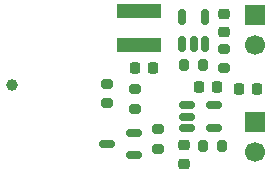
<source format=gbr>
%TF.GenerationSoftware,KiCad,Pcbnew,9.0.4*%
%TF.CreationDate,2025-09-28T21:19:40-04:00*%
%TF.ProjectId,esmonx,65736d6f-6e78-42e6-9b69-6361645f7063,A*%
%TF.SameCoordinates,Original*%
%TF.FileFunction,Soldermask,Top*%
%TF.FilePolarity,Negative*%
%FSLAX46Y46*%
G04 Gerber Fmt 4.6, Leading zero omitted, Abs format (unit mm)*
G04 Created by KiCad (PCBNEW 9.0.4) date 2025-09-28 21:19:40*
%MOMM*%
%LPD*%
G01*
G04 APERTURE LIST*
G04 Aperture macros list*
%AMRoundRect*
0 Rectangle with rounded corners*
0 $1 Rounding radius*
0 $2 $3 $4 $5 $6 $7 $8 $9 X,Y pos of 4 corners*
0 Add a 4 corners polygon primitive as box body*
4,1,4,$2,$3,$4,$5,$6,$7,$8,$9,$2,$3,0*
0 Add four circle primitives for the rounded corners*
1,1,$1+$1,$2,$3*
1,1,$1+$1,$4,$5*
1,1,$1+$1,$6,$7*
1,1,$1+$1,$8,$9*
0 Add four rect primitives between the rounded corners*
20,1,$1+$1,$2,$3,$4,$5,0*
20,1,$1+$1,$4,$5,$6,$7,0*
20,1,$1+$1,$6,$7,$8,$9,0*
20,1,$1+$1,$8,$9,$2,$3,0*%
G04 Aperture macros list end*
%ADD10RoundRect,0.200000X0.200000X0.275000X-0.200000X0.275000X-0.200000X-0.275000X0.200000X-0.275000X0*%
%ADD11RoundRect,0.218750X0.256250X-0.218750X0.256250X0.218750X-0.256250X0.218750X-0.256250X-0.218750X0*%
%ADD12RoundRect,0.150000X0.150000X-0.512500X0.150000X0.512500X-0.150000X0.512500X-0.150000X-0.512500X0*%
%ADD13RoundRect,0.200000X-0.275000X0.200000X-0.275000X-0.200000X0.275000X-0.200000X0.275000X0.200000X0*%
%ADD14RoundRect,0.200000X0.275000X-0.200000X0.275000X0.200000X-0.275000X0.200000X-0.275000X-0.200000X0*%
%ADD15C,1.000000*%
%ADD16RoundRect,0.218750X-0.218750X-0.256250X0.218750X-0.256250X0.218750X0.256250X-0.218750X0.256250X0*%
%ADD17RoundRect,0.225000X0.225000X0.250000X-0.225000X0.250000X-0.225000X-0.250000X0.225000X-0.250000X0*%
%ADD18RoundRect,0.225000X-0.225000X-0.250000X0.225000X-0.250000X0.225000X0.250000X-0.225000X0.250000X0*%
%ADD19R,3.700000X1.200000*%
%ADD20R,1.700000X1.700000*%
%ADD21C,1.700000*%
%ADD22RoundRect,0.150000X-0.512500X-0.150000X0.512500X-0.150000X0.512500X0.150000X-0.512500X0.150000X0*%
%ADD23RoundRect,0.150000X0.512500X0.150000X-0.512500X0.150000X-0.512500X-0.150000X0.512500X-0.150000X0*%
%ADD24RoundRect,0.225000X0.250000X-0.225000X0.250000X0.225000X-0.250000X0.225000X-0.250000X-0.225000X0*%
G04 APERTURE END LIST*
D10*
%TO.C,R6*%
X163425000Y-78000000D03*
X161775000Y-78000000D03*
%TD*%
D11*
%TO.C,D1*%
X160200000Y-79487500D03*
X160200000Y-77912500D03*
%TD*%
D12*
%TO.C,U2*%
X160050000Y-67050000D03*
X161950000Y-67050000D03*
X161950000Y-69350000D03*
X161000000Y-69350000D03*
X160050000Y-69350000D03*
%TD*%
D13*
%TO.C,R2*%
X153700000Y-72725000D03*
X153700000Y-74375000D03*
%TD*%
D14*
%TO.C,R4*%
X163600000Y-71425000D03*
X163600000Y-69775000D03*
%TD*%
D15*
%TO.C,TP1*%
X145650000Y-72800000D03*
%TD*%
D16*
%TO.C,L2*%
X164812500Y-73200000D03*
X166387500Y-73200000D03*
%TD*%
D17*
%TO.C,C3*%
X157575000Y-71400000D03*
X156025000Y-71400000D03*
%TD*%
D18*
%TO.C,C1*%
X161425000Y-73000000D03*
X162975000Y-73000000D03*
%TD*%
D19*
%TO.C,L1*%
X156400000Y-66600001D03*
X156400000Y-69400000D03*
%TD*%
D20*
%TO.C,J2*%
X166200000Y-75925000D03*
D21*
X166200000Y-78465000D03*
%TD*%
D22*
%TO.C,U1*%
X160450000Y-74550000D03*
X160450000Y-75500000D03*
X160450000Y-76450000D03*
X162750000Y-76450000D03*
X162750000Y-74550000D03*
%TD*%
D20*
%TO.C,J1*%
X166200000Y-66925000D03*
D21*
X166200000Y-69465000D03*
%TD*%
D13*
%TO.C,R1*%
X158000000Y-76575000D03*
X158000000Y-78225000D03*
%TD*%
D10*
%TO.C,R5*%
X161825000Y-71100000D03*
X160175000Y-71100000D03*
%TD*%
D13*
%TO.C,R3*%
X156000000Y-73175000D03*
X156000000Y-74825000D03*
%TD*%
D23*
%TO.C,Q1*%
X155937500Y-78750000D03*
X155937500Y-76850000D03*
X153662500Y-77800000D03*
%TD*%
D24*
%TO.C,C2*%
X163600000Y-68375000D03*
X163600000Y-66825000D03*
%TD*%
M02*

</source>
